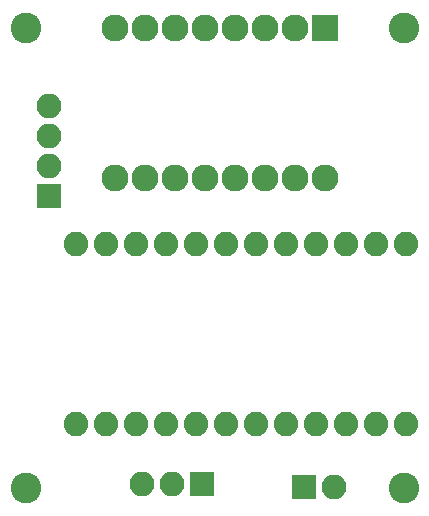
<source format=gbr>
G04 #@! TF.GenerationSoftware,KiCad,Pcbnew,(5.0.0-rc3-dev)*
G04 #@! TF.CreationDate,2019-09-30T17:53:01-04:00*
G04 #@! TF.ProjectId,orbital shaker,6F72626974616C207368616B65722E6B,rev?*
G04 #@! TF.SameCoordinates,Original*
G04 #@! TF.FileFunction,Soldermask,Bot*
G04 #@! TF.FilePolarity,Negative*
%FSLAX46Y46*%
G04 Gerber Fmt 4.6, Leading zero omitted, Abs format (unit mm)*
G04 Created by KiCad (PCBNEW (5.0.0-rc3-dev)) date 09/30/19 17:53:01*
%MOMM*%
%LPD*%
G01*
G04 APERTURE LIST*
%ADD10C,2.279600*%
%ADD11R,2.279600X2.279600*%
%ADD12C,2.082800*%
%ADD13C,2.600000*%
%ADD14O,2.100000X2.100000*%
%ADD15R,2.100000X2.100000*%
G04 APERTURE END LIST*
D10*
G04 #@! TO.C,A1*
X134366000Y-79756000D03*
X131826000Y-79756000D03*
X129286000Y-79756000D03*
X126746000Y-79756000D03*
X124206000Y-79756000D03*
X121666000Y-79756000D03*
X119126000Y-79756000D03*
X116586000Y-79756000D03*
X116586000Y-67056000D03*
X119126000Y-67056000D03*
X121666000Y-67056000D03*
X124206000Y-67056000D03*
X126746000Y-67056000D03*
X129286000Y-67056000D03*
X131826000Y-67056000D03*
D11*
X134366000Y-67056000D03*
G04 #@! TD*
D12*
G04 #@! TO.C,B1*
X141224000Y-100584000D03*
X138684000Y-100584000D03*
X136144000Y-100584000D03*
X133604000Y-100584000D03*
X131064000Y-100584000D03*
X128524000Y-100584000D03*
X125984000Y-100584000D03*
X123444000Y-100584000D03*
X120904000Y-100584000D03*
X118364000Y-100584000D03*
X115824000Y-100584000D03*
X113284000Y-100584000D03*
X113284000Y-85344000D03*
X115824000Y-85344000D03*
X118364000Y-85344000D03*
X120904000Y-85344000D03*
X123444000Y-85344000D03*
X125984000Y-85344000D03*
X128524000Y-85344000D03*
X131064000Y-85344000D03*
X133604000Y-85344000D03*
X136144000Y-85344000D03*
X138684000Y-85344000D03*
X141224000Y-85344000D03*
G04 #@! TD*
D13*
G04 #@! TO.C,REF\002A\002A*
X141000000Y-106000000D03*
G04 #@! TD*
G04 #@! TO.C,REF\002A\002A*
X109000000Y-106000000D03*
G04 #@! TD*
G04 #@! TO.C,REF\002A\002A*
X109000000Y-67000000D03*
G04 #@! TD*
D14*
G04 #@! TO.C,J1*
X135128000Y-105918000D03*
D15*
X132588000Y-105918000D03*
G04 #@! TD*
D14*
G04 #@! TO.C,J2*
X110998000Y-73660000D03*
X110998000Y-76200000D03*
X110998000Y-78740000D03*
D15*
X110998000Y-81280000D03*
G04 #@! TD*
D14*
G04 #@! TO.C,J3*
X118872000Y-105664000D03*
X121412000Y-105664000D03*
D15*
X123952000Y-105664000D03*
G04 #@! TD*
D13*
G04 #@! TO.C,REF\002A\002A*
X141000000Y-67000000D03*
G04 #@! TD*
M02*

</source>
